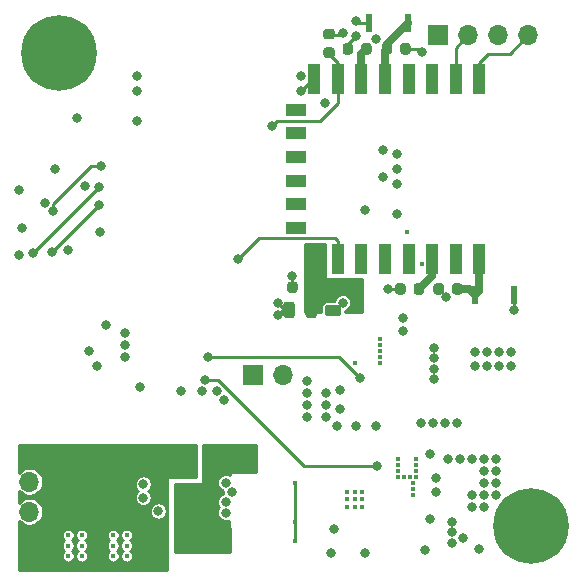
<source format=gbr>
%TF.GenerationSoftware,KiCad,Pcbnew,(5.1.6)-1*%
%TF.CreationDate,2021-05-23T02:10:16+08:00*%
%TF.ProjectId,HKIA_Tracker,484b4941-5f54-4726-9163-6b65722e6b69,rev?*%
%TF.SameCoordinates,Original*%
%TF.FileFunction,Copper,L4,Bot*%
%TF.FilePolarity,Positive*%
%FSLAX46Y46*%
G04 Gerber Fmt 4.6, Leading zero omitted, Abs format (unit mm)*
G04 Created by KiCad (PCBNEW (5.1.6)-1) date 2021-05-23 02:10:16*
%MOMM*%
%LPD*%
G01*
G04 APERTURE LIST*
%TA.AperFunction,ComponentPad*%
%ADD10O,1.700000X1.700000*%
%TD*%
%TA.AperFunction,ComponentPad*%
%ADD11R,1.700000X1.700000*%
%TD*%
%TA.AperFunction,ComponentPad*%
%ADD12C,6.400000*%
%TD*%
%TA.AperFunction,SMDPad,CuDef*%
%ADD13R,1.000000X2.500000*%
%TD*%
%TA.AperFunction,SMDPad,CuDef*%
%ADD14R,1.800000X1.000000*%
%TD*%
%TA.AperFunction,SMDPad,CuDef*%
%ADD15R,0.550000X1.500000*%
%TD*%
%TA.AperFunction,ViaPad*%
%ADD16C,0.450000*%
%TD*%
%TA.AperFunction,ViaPad*%
%ADD17C,0.400000*%
%TD*%
%TA.AperFunction,ViaPad*%
%ADD18C,0.800000*%
%TD*%
%TA.AperFunction,Conductor*%
%ADD19C,0.254000*%
%TD*%
%TA.AperFunction,Conductor*%
%ADD20C,0.635000*%
%TD*%
G04 APERTURE END LIST*
D10*
%TO.P,J5,4*%
%TO.N,/ESP_TX*%
X144741900Y-78473300D03*
%TO.P,J5,3*%
%TO.N,GND*%
X142201900Y-78473300D03*
%TO.P,J5,2*%
%TO.N,/ESP_RX*%
X139661900Y-78473300D03*
D11*
%TO.P,J5,1*%
%TO.N,+3.3VP*%
X137121900Y-78473300D03*
%TD*%
D10*
%TO.P,J3,2*%
%TO.N,Net-(J3-Pad2)*%
X123952000Y-107188000D03*
D11*
%TO.P,J3,1*%
%TO.N,Net-(J3-Pad1)*%
X121412000Y-107188000D03*
%TD*%
D12*
%TO.P,H2,1*%
%TO.N,N/C*%
X105000000Y-80000000D03*
%TD*%
%TO.P,H1,1*%
%TO.N,N/C*%
X145000000Y-120000000D03*
%TD*%
D10*
%TO.P,J1,3*%
%TO.N,Net-(D1-Pad2)*%
X102514400Y-116255800D03*
%TO.P,J1,2*%
%TO.N,Net-(D3-Pad2)*%
X102514400Y-118795800D03*
D11*
%TO.P,J1,1*%
%TO.N,Net-(D5-Pad2)*%
X102514400Y-121335800D03*
%TD*%
D13*
%TO.P,U3,22*%
%TO.N,/ESP_TX*%
X140621900Y-82176300D03*
%TO.P,U3,21*%
%TO.N,/ESP_RX*%
X138621900Y-82176300D03*
%TO.P,U3,20*%
%TO.N,Net-(U3-Pad20)*%
X136621900Y-82176300D03*
%TO.P,U3,19*%
%TO.N,Net-(U3-Pad19)*%
X134621900Y-82176300D03*
%TO.P,U3,18*%
%TO.N,/ESP_IO0*%
X132621900Y-82176300D03*
%TO.P,U3,17*%
%TO.N,/ESP_IO2*%
X130621900Y-82176300D03*
%TO.P,U3,16*%
%TO.N,/NRF_RX*%
X128621900Y-82176300D03*
%TO.P,U3,15*%
%TO.N,GND*%
X126621900Y-82176300D03*
D14*
%TO.P,U3,14*%
%TO.N,Net-(U3-Pad14)*%
X125121900Y-84776300D03*
%TO.P,U3,13*%
%TO.N,Net-(U3-Pad13)*%
X125121900Y-86776300D03*
%TO.P,U3,12*%
%TO.N,Net-(U3-Pad12)*%
X125121900Y-88776300D03*
%TO.P,U3,11*%
%TO.N,Net-(U3-Pad11)*%
X125121900Y-90776300D03*
%TO.P,U3,10*%
%TO.N,Net-(U3-Pad10)*%
X125121900Y-92776300D03*
%TO.P,U3,9*%
%TO.N,Net-(U3-Pad9)*%
X125121900Y-94776300D03*
D13*
%TO.P,U3,8*%
%TO.N,+3.3VP*%
X126621900Y-97376300D03*
%TO.P,U3,7*%
%TO.N,/NRF_TX*%
X128621900Y-97376300D03*
%TO.P,U3,6*%
%TO.N,Net-(U3-Pad6)*%
X130621900Y-97376300D03*
%TO.P,U3,5*%
%TO.N,Net-(U3-Pad5)*%
X132621900Y-97376300D03*
%TO.P,U3,4*%
%TO.N,Net-(U3-Pad4)*%
X134621900Y-97376300D03*
%TO.P,U3,3*%
%TO.N,Net-(R21-Pad1)*%
X136621900Y-97376300D03*
%TO.P,U3,2*%
%TO.N,Net-(U3-Pad2)*%
X138621900Y-97376300D03*
%TO.P,U3,1*%
%TO.N,Net-(R20-Pad1)*%
X140621900Y-97376300D03*
%TD*%
D15*
%TO.P,SW5,2*%
%TO.N,GND*%
X131305900Y-77393800D03*
%TO.P,SW5,1*%
%TO.N,/ESP_IO0*%
X134555900Y-77393800D03*
%TD*%
%TO.P,SW4,2*%
%TO.N,GND*%
X143509400Y-100444300D03*
%TO.P,SW4,1*%
%TO.N,Net-(R20-Pad1)*%
X140259400Y-100444300D03*
%TD*%
%TO.P,R24,2*%
%TO.N,/NRF_RX*%
%TA.AperFunction,SMDPad,CuDef*%
G36*
G01*
X127632750Y-79496400D02*
X128145250Y-79496400D01*
G75*
G02*
X128364000Y-79715150I0J-218750D01*
G01*
X128364000Y-80152650D01*
G75*
G02*
X128145250Y-80371400I-218750J0D01*
G01*
X127632750Y-80371400D01*
G75*
G02*
X127414000Y-80152650I0J218750D01*
G01*
X127414000Y-79715150D01*
G75*
G02*
X127632750Y-79496400I218750J0D01*
G01*
G37*
%TD.AperFunction*%
%TO.P,R24,1*%
%TO.N,GND*%
%TA.AperFunction,SMDPad,CuDef*%
G36*
G01*
X127632750Y-77921400D02*
X128145250Y-77921400D01*
G75*
G02*
X128364000Y-78140150I0J-218750D01*
G01*
X128364000Y-78577650D01*
G75*
G02*
X128145250Y-78796400I-218750J0D01*
G01*
X127632750Y-78796400D01*
G75*
G02*
X127414000Y-78577650I0J218750D01*
G01*
X127414000Y-78140150D01*
G75*
G02*
X127632750Y-77921400I218750J0D01*
G01*
G37*
%TD.AperFunction*%
%TD*%
%TO.P,R23,2*%
%TO.N,/ESP_IO2*%
%TA.AperFunction,SMDPad,CuDef*%
G36*
G01*
X130613900Y-79872550D02*
X130613900Y-79360050D01*
G75*
G02*
X130832650Y-79141300I218750J0D01*
G01*
X131270150Y-79141300D01*
G75*
G02*
X131488900Y-79360050I0J-218750D01*
G01*
X131488900Y-79872550D01*
G75*
G02*
X131270150Y-80091300I-218750J0D01*
G01*
X130832650Y-80091300D01*
G75*
G02*
X130613900Y-79872550I0J218750D01*
G01*
G37*
%TD.AperFunction*%
%TO.P,R23,1*%
%TO.N,+3.3VP*%
%TA.AperFunction,SMDPad,CuDef*%
G36*
G01*
X129038900Y-79872550D02*
X129038900Y-79360050D01*
G75*
G02*
X129257650Y-79141300I218750J0D01*
G01*
X129695150Y-79141300D01*
G75*
G02*
X129913900Y-79360050I0J-218750D01*
G01*
X129913900Y-79872550D01*
G75*
G02*
X129695150Y-80091300I-218750J0D01*
G01*
X129257650Y-80091300D01*
G75*
G02*
X129038900Y-79872550I0J218750D01*
G01*
G37*
%TD.AperFunction*%
%TD*%
%TO.P,R22,2*%
%TO.N,/ESP_IO0*%
%TA.AperFunction,SMDPad,CuDef*%
G36*
G01*
X133215900Y-79360050D02*
X133215900Y-79872550D01*
G75*
G02*
X132997150Y-80091300I-218750J0D01*
G01*
X132559650Y-80091300D01*
G75*
G02*
X132340900Y-79872550I0J218750D01*
G01*
X132340900Y-79360050D01*
G75*
G02*
X132559650Y-79141300I218750J0D01*
G01*
X132997150Y-79141300D01*
G75*
G02*
X133215900Y-79360050I0J-218750D01*
G01*
G37*
%TD.AperFunction*%
%TO.P,R22,1*%
%TO.N,+3.3VP*%
%TA.AperFunction,SMDPad,CuDef*%
G36*
G01*
X134790900Y-79360050D02*
X134790900Y-79872550D01*
G75*
G02*
X134572150Y-80091300I-218750J0D01*
G01*
X134134650Y-80091300D01*
G75*
G02*
X133915900Y-79872550I0J218750D01*
G01*
X133915900Y-79360050D01*
G75*
G02*
X134134650Y-79141300I218750J0D01*
G01*
X134572150Y-79141300D01*
G75*
G02*
X134790900Y-79360050I0J-218750D01*
G01*
G37*
%TD.AperFunction*%
%TD*%
%TO.P,R21,2*%
%TO.N,+3.3VP*%
%TA.AperFunction,SMDPad,CuDef*%
G36*
G01*
X134358900Y-99680050D02*
X134358900Y-100192550D01*
G75*
G02*
X134140150Y-100411300I-218750J0D01*
G01*
X133702650Y-100411300D01*
G75*
G02*
X133483900Y-100192550I0J218750D01*
G01*
X133483900Y-99680050D01*
G75*
G02*
X133702650Y-99461300I218750J0D01*
G01*
X134140150Y-99461300D01*
G75*
G02*
X134358900Y-99680050I0J-218750D01*
G01*
G37*
%TD.AperFunction*%
%TO.P,R21,1*%
%TO.N,Net-(R21-Pad1)*%
%TA.AperFunction,SMDPad,CuDef*%
G36*
G01*
X135933900Y-99680050D02*
X135933900Y-100192550D01*
G75*
G02*
X135715150Y-100411300I-218750J0D01*
G01*
X135277650Y-100411300D01*
G75*
G02*
X135058900Y-100192550I0J218750D01*
G01*
X135058900Y-99680050D01*
G75*
G02*
X135277650Y-99461300I218750J0D01*
G01*
X135715150Y-99461300D01*
G75*
G02*
X135933900Y-99680050I0J-218750D01*
G01*
G37*
%TD.AperFunction*%
%TD*%
%TO.P,R20,2*%
%TO.N,+3.3VP*%
%TA.AperFunction,SMDPad,CuDef*%
G36*
G01*
X137597400Y-99680050D02*
X137597400Y-100192550D01*
G75*
G02*
X137378650Y-100411300I-218750J0D01*
G01*
X136941150Y-100411300D01*
G75*
G02*
X136722400Y-100192550I0J218750D01*
G01*
X136722400Y-99680050D01*
G75*
G02*
X136941150Y-99461300I218750J0D01*
G01*
X137378650Y-99461300D01*
G75*
G02*
X137597400Y-99680050I0J-218750D01*
G01*
G37*
%TD.AperFunction*%
%TO.P,R20,1*%
%TO.N,Net-(R20-Pad1)*%
%TA.AperFunction,SMDPad,CuDef*%
G36*
G01*
X139172400Y-99680050D02*
X139172400Y-100192550D01*
G75*
G02*
X138953650Y-100411300I-218750J0D01*
G01*
X138516150Y-100411300D01*
G75*
G02*
X138297400Y-100192550I0J218750D01*
G01*
X138297400Y-99680050D01*
G75*
G02*
X138516150Y-99461300I218750J0D01*
G01*
X138953650Y-99461300D01*
G75*
G02*
X139172400Y-99680050I0J-218750D01*
G01*
G37*
%TD.AperFunction*%
%TD*%
%TO.P,C24,2*%
%TO.N,GND*%
%TA.AperFunction,SMDPad,CuDef*%
G36*
G01*
X125214900Y-99553050D02*
X125214900Y-100065550D01*
G75*
G02*
X124996150Y-100284300I-218750J0D01*
G01*
X124558650Y-100284300D01*
G75*
G02*
X124339900Y-100065550I0J218750D01*
G01*
X124339900Y-99553050D01*
G75*
G02*
X124558650Y-99334300I218750J0D01*
G01*
X124996150Y-99334300D01*
G75*
G02*
X125214900Y-99553050I0J-218750D01*
G01*
G37*
%TD.AperFunction*%
%TO.P,C24,1*%
%TO.N,+3.3VP*%
%TA.AperFunction,SMDPad,CuDef*%
G36*
G01*
X126789900Y-99553050D02*
X126789900Y-100065550D01*
G75*
G02*
X126571150Y-100284300I-218750J0D01*
G01*
X126133650Y-100284300D01*
G75*
G02*
X125914900Y-100065550I0J218750D01*
G01*
X125914900Y-99553050D01*
G75*
G02*
X126133650Y-99334300I218750J0D01*
G01*
X126571150Y-99334300D01*
G75*
G02*
X126789900Y-99553050I0J-218750D01*
G01*
G37*
%TD.AperFunction*%
%TD*%
%TO.P,C20,2*%
%TO.N,GND*%
%TA.AperFunction,SMDPad,CuDef*%
G36*
G01*
X124987900Y-101258050D02*
X124987900Y-102170550D01*
G75*
G02*
X124744150Y-102414300I-243750J0D01*
G01*
X124256650Y-102414300D01*
G75*
G02*
X124012900Y-102170550I0J243750D01*
G01*
X124012900Y-101258050D01*
G75*
G02*
X124256650Y-101014300I243750J0D01*
G01*
X124744150Y-101014300D01*
G75*
G02*
X124987900Y-101258050I0J-243750D01*
G01*
G37*
%TD.AperFunction*%
%TO.P,C20,1*%
%TO.N,+3.3VP*%
%TA.AperFunction,SMDPad,CuDef*%
G36*
G01*
X126862900Y-101258050D02*
X126862900Y-102170550D01*
G75*
G02*
X126619150Y-102414300I-243750J0D01*
G01*
X126131650Y-102414300D01*
G75*
G02*
X125887900Y-102170550I0J243750D01*
G01*
X125887900Y-101258050D01*
G75*
G02*
X126131650Y-101014300I243750J0D01*
G01*
X126619150Y-101014300D01*
G75*
G02*
X126862900Y-101258050I0J-243750D01*
G01*
G37*
%TD.AperFunction*%
%TD*%
%TO.P,C17,2*%
%TO.N,GND*%
%TA.AperFunction,SMDPad,CuDef*%
G36*
G01*
X127775650Y-101275300D02*
X128688150Y-101275300D01*
G75*
G02*
X128931900Y-101519050I0J-243750D01*
G01*
X128931900Y-102006550D01*
G75*
G02*
X128688150Y-102250300I-243750J0D01*
G01*
X127775650Y-102250300D01*
G75*
G02*
X127531900Y-102006550I0J243750D01*
G01*
X127531900Y-101519050D01*
G75*
G02*
X127775650Y-101275300I243750J0D01*
G01*
G37*
%TD.AperFunction*%
%TO.P,C17,1*%
%TO.N,+3.3VP*%
%TA.AperFunction,SMDPad,CuDef*%
G36*
G01*
X127775650Y-99400300D02*
X128688150Y-99400300D01*
G75*
G02*
X128931900Y-99644050I0J-243750D01*
G01*
X128931900Y-100131550D01*
G75*
G02*
X128688150Y-100375300I-243750J0D01*
G01*
X127775650Y-100375300D01*
G75*
G02*
X127531900Y-100131550I0J243750D01*
G01*
X127531900Y-99644050D01*
G75*
G02*
X127775650Y-99400300I243750J0D01*
G01*
G37*
%TD.AperFunction*%
%TD*%
D16*
%TO.N,GND*%
X110744000Y-121666000D03*
X109601000Y-121666000D03*
X109601000Y-122555000D03*
X110744000Y-122555000D03*
X110744000Y-120777000D03*
X109601000Y-120777000D03*
X105791000Y-121666000D03*
X106934000Y-121666000D03*
X106934000Y-120777000D03*
X106934000Y-122555000D03*
X105791000Y-122555000D03*
X105791000Y-120777000D03*
D17*
X129413000Y-117094000D03*
X130683000Y-117094000D03*
X130683000Y-118364000D03*
X129413000Y-118364000D03*
X130048000Y-118364000D03*
X130048000Y-117094000D03*
X130683000Y-117729000D03*
X129413000Y-117729000D03*
X130048000Y-117729000D03*
D18*
X101854000Y-94742000D03*
X108458000Y-95123000D03*
X107188000Y-91186000D03*
X104648000Y-89789000D03*
X103809935Y-92625658D03*
X106553000Y-85471000D03*
X111633000Y-85725000D03*
X111633000Y-83185000D03*
X111633000Y-81915000D03*
X125476000Y-81915000D03*
X127508000Y-84201000D03*
X125476000Y-83185000D03*
X129032000Y-78232000D03*
X130175000Y-77216000D03*
X131826000Y-78740000D03*
X132461000Y-88138000D03*
X133604000Y-89789000D03*
X133604000Y-91059000D03*
X133604000Y-93599000D03*
X130937000Y-93218000D03*
X124714000Y-98806000D03*
X123571000Y-101092000D03*
X123571000Y-102108000D03*
X129045802Y-101092000D03*
X134112000Y-102362000D03*
X134112000Y-103505000D03*
D16*
X132207000Y-104140000D03*
X132207000Y-104648000D03*
X132207000Y-105156000D03*
X132207000Y-105664000D03*
X132207000Y-106172000D03*
D17*
X130048000Y-106172000D03*
D18*
X128803400Y-110134400D03*
X128803398Y-108483398D03*
X128524000Y-111506000D03*
X130175000Y-111506000D03*
X131826000Y-111506000D03*
X135636000Y-111252000D03*
X136652000Y-111252000D03*
X137668000Y-111252000D03*
X138684000Y-111252000D03*
X140208000Y-106426000D03*
X141224000Y-106426000D03*
X142240000Y-106426000D03*
X143256000Y-106426000D03*
X143256000Y-105283000D03*
X142240000Y-105283000D03*
X141224000Y-105283000D03*
X140208000Y-105283000D03*
X107569000Y-105156000D03*
X108204000Y-106426000D03*
X108966000Y-102997000D03*
X111887000Y-108204000D03*
X115316000Y-108585000D03*
X118999000Y-109347000D03*
X118364000Y-108585000D03*
X117094000Y-108585000D03*
X112141000Y-116459000D03*
X112141000Y-117602000D03*
X113411000Y-118745000D03*
X119126000Y-116332000D03*
X119126000Y-117983000D03*
X119634000Y-117094000D03*
X143510000Y-101727000D03*
X136398000Y-119380000D03*
X138303000Y-119634000D03*
X136017000Y-122047000D03*
X139192000Y-121031000D03*
X138303000Y-120522986D03*
X138303000Y-121411994D03*
X140589000Y-121920000D03*
X136398000Y-113919000D03*
X136906000Y-115951000D03*
X136906000Y-117094000D03*
X128270000Y-120269000D03*
X128016000Y-122301000D03*
X130937000Y-122301000D03*
X119126000Y-118872000D03*
%TO.N,+3V3*%
X101600000Y-91567000D03*
X101600000Y-97028000D03*
X105791000Y-96647000D03*
X137922000Y-114300000D03*
X138938000Y-114300000D03*
X139954000Y-114300000D03*
X140970000Y-114300000D03*
X141986000Y-114300000D03*
X141986000Y-115316000D03*
X140970000Y-115316000D03*
X140970000Y-116332000D03*
X141986000Y-116332000D03*
X141986000Y-117348000D03*
X140970000Y-117348000D03*
X140970000Y-118364000D03*
X139954000Y-118364000D03*
X139954000Y-117348000D03*
X133604000Y-88519000D03*
X132461000Y-90424000D03*
X110617000Y-103632000D03*
X110617000Y-104648000D03*
X110617000Y-105664000D03*
D16*
X134493000Y-95123000D03*
X135721898Y-97821800D03*
D18*
%TO.N,Net-(C7-Pad1)*%
X115697000Y-118618000D03*
X115697000Y-119634000D03*
X115697000Y-120650000D03*
X115697000Y-121666000D03*
X121285000Y-114935000D03*
X119507000Y-114935000D03*
X120396000Y-114935000D03*
%TO.N,VBUS*%
X125984000Y-107696000D03*
X125984000Y-108712000D03*
X125984000Y-109728000D03*
X125984000Y-110744000D03*
X127635000Y-110744000D03*
X127635000Y-109728000D03*
X127635000Y-108712000D03*
D16*
X133731000Y-114300000D03*
X133731000Y-114808000D03*
X133731000Y-115316000D03*
X133731000Y-115824000D03*
X134239000Y-115824000D03*
X134747000Y-115824000D03*
X135255000Y-115824000D03*
X135255000Y-115316000D03*
X135255000Y-114808000D03*
X135255000Y-114300000D03*
X135001000Y-116332000D03*
X135001000Y-116840000D03*
X135001000Y-117348000D03*
D18*
%TO.N,+3.3VP*%
X135763000Y-79883000D03*
X130175000Y-99949000D03*
X130175000Y-100965000D03*
X132842000Y-99949000D03*
X137795000Y-100584000D03*
X136779000Y-104902000D03*
X136779000Y-105791000D03*
X136779000Y-106680000D03*
X136779000Y-107569000D03*
X130175000Y-78486000D03*
%TO.N,Net-(D5-Pad2)*%
X115697000Y-113665000D03*
X115697000Y-115062000D03*
X112268000Y-115062000D03*
X112268000Y-113665000D03*
%TO.N,+BATT*%
X117410228Y-107636315D03*
X131953000Y-114935000D03*
D17*
%TO.N,Net-(R10-Pad2)*%
X124968000Y-116332000D03*
X124968000Y-121285000D03*
X124968000Y-119634000D03*
D18*
%TO.N,/NRF_RX*%
X123062984Y-86106016D03*
%TO.N,/SDA*%
X102819200Y-96901000D03*
X108432600Y-91313000D03*
%TO.N,/SCL*%
X104394000Y-96824800D03*
X108432600Y-92811600D03*
%TO.N,/NRF_TX*%
X120142000Y-97409000D03*
%TO.N,/ESP_EN*%
X117602000Y-105664000D03*
X130538038Y-107442000D03*
%TO.N,/DRDY*%
X104521000Y-93345000D03*
X108585000Y-89535000D03*
%TD*%
D19*
%TO.N,GND*%
X126621900Y-82176300D02*
X126484700Y-82176300D01*
X126484700Y-82176300D02*
X125476000Y-83185000D01*
X127889000Y-78460500D02*
X128803500Y-78460500D01*
X128803500Y-78460500D02*
X129032000Y-78232000D01*
X131305900Y-77393800D02*
X130352800Y-77393800D01*
X130352800Y-77393800D02*
X130175000Y-77216000D01*
X124777400Y-99809300D02*
X124777400Y-98869400D01*
X124777400Y-98869400D02*
X124714000Y-98806000D01*
X124500400Y-101714300D02*
X124193300Y-101714300D01*
X124193300Y-101714300D02*
X123571000Y-101092000D01*
X124500400Y-101714300D02*
X123964700Y-101714300D01*
X123964700Y-101714300D02*
X123571000Y-102108000D01*
X128231900Y-101762800D02*
X128375002Y-101762800D01*
X128375002Y-101762800D02*
X129045802Y-101092000D01*
X143509400Y-100444300D02*
X143509400Y-101726400D01*
X143509400Y-101726400D02*
X143510000Y-101727000D01*
%TO.N,+3.3VP*%
X134353400Y-79616300D02*
X135496300Y-79616300D01*
X135496300Y-79616300D02*
X135763000Y-79883000D01*
X133921400Y-99936300D02*
X132854700Y-99936300D01*
X132854700Y-99936300D02*
X132842000Y-99949000D01*
X137159900Y-99936300D02*
X137159900Y-99948900D01*
X137159900Y-99948900D02*
X137795000Y-100584000D01*
X129476400Y-79184600D02*
X130175000Y-78486000D01*
X129476400Y-79616300D02*
X129476400Y-79184600D01*
%TO.N,/ESP_TX*%
X140621900Y-82176300D02*
X140621900Y-80789900D01*
X140621900Y-80789900D02*
X141376400Y-80035400D01*
X143179800Y-80035400D02*
X144741900Y-78473300D01*
X141376400Y-80035400D02*
X143179800Y-80035400D01*
%TO.N,/ESP_RX*%
X138621900Y-79513300D02*
X139661900Y-78473300D01*
X138621900Y-82176300D02*
X138621900Y-79513300D01*
%TO.N,+BATT*%
X125789962Y-114935000D02*
X131953000Y-114935000D01*
X117410228Y-107636315D02*
X118491277Y-107636315D01*
X118491277Y-107636315D02*
X125789962Y-114935000D01*
%TO.N,Net-(R10-Pad2)*%
X124968000Y-116332000D02*
X124968000Y-119634000D01*
X124968000Y-119634000D02*
X124968000Y-121285000D01*
D20*
%TO.N,Net-(R20-Pad1)*%
X139751400Y-99936300D02*
X140259400Y-100444300D01*
X138734900Y-99936300D02*
X139751400Y-99936300D01*
X140589000Y-97409200D02*
X140621900Y-97376300D01*
X140259400Y-100444300D02*
X140589000Y-100114700D01*
X140589000Y-100114700D02*
X140589000Y-97409200D01*
%TO.N,Net-(R21-Pad1)*%
X136621900Y-98810800D02*
X136621900Y-97376300D01*
X135496400Y-99936300D02*
X136621900Y-98810800D01*
%TO.N,/ESP_IO0*%
X132621900Y-79772800D02*
X132778400Y-79616300D01*
X132621900Y-82176300D02*
X132621900Y-79772800D01*
X132778400Y-79171300D02*
X134555900Y-77393800D01*
X132778400Y-79616300D02*
X132778400Y-79171300D01*
%TO.N,/ESP_IO2*%
X130621900Y-80045800D02*
X131051400Y-79616300D01*
X130621900Y-82176300D02*
X130621900Y-80045800D01*
D19*
%TO.N,/NRF_RX*%
X128621900Y-80768400D02*
X127889000Y-80035500D01*
X128621900Y-82176300D02*
X128621900Y-80768400D01*
X123462983Y-85706017D02*
X123062984Y-86106016D01*
X127078945Y-85706017D02*
X123462983Y-85706017D01*
X128621900Y-84163062D02*
X127078945Y-85706017D01*
X128621900Y-82176300D02*
X128621900Y-84163062D01*
%TO.N,/SDA*%
X102819200Y-96901000D02*
X108407200Y-91313000D01*
X108407200Y-91313000D02*
X108432600Y-91313000D01*
%TO.N,/SCL*%
X104394000Y-96824800D02*
X108407200Y-92811600D01*
X108407200Y-92811600D02*
X108432600Y-92811600D01*
%TO.N,/NRF_TX*%
X121920000Y-95631000D02*
X120142000Y-97409000D01*
X128621900Y-97376300D02*
X128621900Y-95872300D01*
X128380600Y-95631000D02*
X121920000Y-95631000D01*
X128621900Y-95872300D02*
X128380600Y-95631000D01*
%TO.N,/ESP_EN*%
X128760038Y-105664000D02*
X130538038Y-107442000D01*
X117602000Y-105664000D02*
X128760038Y-105664000D01*
%TO.N,/DRDY*%
X107763038Y-89535000D02*
X108585000Y-89535000D01*
X104521000Y-93345000D02*
X104521000Y-92777038D01*
X104521000Y-92777038D02*
X107763038Y-89535000D01*
%TD*%
%TO.N,Net-(C7-Pad1)*%
G36*
X121666000Y-115443000D02*
G01*
X119634000Y-115443000D01*
X119609224Y-115445440D01*
X119585399Y-115452667D01*
X119563443Y-115464403D01*
X119544197Y-115480197D01*
X119528403Y-115499443D01*
X119516667Y-115521399D01*
X119509440Y-115545224D01*
X119507000Y-115570000D01*
X119507000Y-115712220D01*
X119470364Y-115687741D01*
X119338058Y-115632938D01*
X119197603Y-115605000D01*
X119054397Y-115605000D01*
X118913942Y-115632938D01*
X118781636Y-115687741D01*
X118662564Y-115767302D01*
X118561302Y-115868564D01*
X118481741Y-115987636D01*
X118426938Y-116119942D01*
X118399000Y-116260397D01*
X118399000Y-116403603D01*
X118426938Y-116544058D01*
X118481741Y-116676364D01*
X118561302Y-116795436D01*
X118662564Y-116896698D01*
X118781636Y-116976259D01*
X118907000Y-117028187D01*
X118907000Y-117165603D01*
X118929906Y-117280762D01*
X118913942Y-117283938D01*
X118781636Y-117338741D01*
X118662564Y-117418302D01*
X118561302Y-117519564D01*
X118481741Y-117638636D01*
X118426938Y-117770942D01*
X118399000Y-117911397D01*
X118399000Y-118054603D01*
X118426938Y-118195058D01*
X118481741Y-118327364D01*
X118548649Y-118427500D01*
X118481741Y-118527636D01*
X118426938Y-118659942D01*
X118399000Y-118800397D01*
X118399000Y-118943603D01*
X118426938Y-119084058D01*
X118481741Y-119216364D01*
X118561302Y-119335436D01*
X118662564Y-119436698D01*
X118781636Y-119516259D01*
X118913942Y-119571062D01*
X119054397Y-119599000D01*
X119197603Y-119599000D01*
X119338058Y-119571062D01*
X119380000Y-119553689D01*
X119380000Y-119682000D01*
X119380200Y-119689121D01*
X119399063Y-120025014D01*
X119400657Y-120039166D01*
X119457010Y-120370836D01*
X119460180Y-120384721D01*
X119507000Y-120547236D01*
X119507000Y-122174000D01*
X114808000Y-122174000D01*
X114808000Y-116459000D01*
X117094000Y-116459000D01*
X117118776Y-116456560D01*
X117142601Y-116449333D01*
X117164557Y-116437597D01*
X117183803Y-116421803D01*
X117199597Y-116402557D01*
X117211333Y-116380601D01*
X117218560Y-116356776D01*
X117221000Y-116332000D01*
X117221000Y-113157000D01*
X121666000Y-113157000D01*
X121666000Y-115443000D01*
G37*
X121666000Y-115443000D02*
X119634000Y-115443000D01*
X119609224Y-115445440D01*
X119585399Y-115452667D01*
X119563443Y-115464403D01*
X119544197Y-115480197D01*
X119528403Y-115499443D01*
X119516667Y-115521399D01*
X119509440Y-115545224D01*
X119507000Y-115570000D01*
X119507000Y-115712220D01*
X119470364Y-115687741D01*
X119338058Y-115632938D01*
X119197603Y-115605000D01*
X119054397Y-115605000D01*
X118913942Y-115632938D01*
X118781636Y-115687741D01*
X118662564Y-115767302D01*
X118561302Y-115868564D01*
X118481741Y-115987636D01*
X118426938Y-116119942D01*
X118399000Y-116260397D01*
X118399000Y-116403603D01*
X118426938Y-116544058D01*
X118481741Y-116676364D01*
X118561302Y-116795436D01*
X118662564Y-116896698D01*
X118781636Y-116976259D01*
X118907000Y-117028187D01*
X118907000Y-117165603D01*
X118929906Y-117280762D01*
X118913942Y-117283938D01*
X118781636Y-117338741D01*
X118662564Y-117418302D01*
X118561302Y-117519564D01*
X118481741Y-117638636D01*
X118426938Y-117770942D01*
X118399000Y-117911397D01*
X118399000Y-118054603D01*
X118426938Y-118195058D01*
X118481741Y-118327364D01*
X118548649Y-118427500D01*
X118481741Y-118527636D01*
X118426938Y-118659942D01*
X118399000Y-118800397D01*
X118399000Y-118943603D01*
X118426938Y-119084058D01*
X118481741Y-119216364D01*
X118561302Y-119335436D01*
X118662564Y-119436698D01*
X118781636Y-119516259D01*
X118913942Y-119571062D01*
X119054397Y-119599000D01*
X119197603Y-119599000D01*
X119338058Y-119571062D01*
X119380000Y-119553689D01*
X119380000Y-119682000D01*
X119380200Y-119689121D01*
X119399063Y-120025014D01*
X119400657Y-120039166D01*
X119457010Y-120370836D01*
X119460180Y-120384721D01*
X119507000Y-120547236D01*
X119507000Y-122174000D01*
X114808000Y-122174000D01*
X114808000Y-116459000D01*
X117094000Y-116459000D01*
X117118776Y-116456560D01*
X117142601Y-116449333D01*
X117164557Y-116437597D01*
X117183803Y-116421803D01*
X117199597Y-116402557D01*
X117211333Y-116380601D01*
X117218560Y-116356776D01*
X117221000Y-116332000D01*
X117221000Y-113157000D01*
X121666000Y-113157000D01*
X121666000Y-115443000D01*
%TO.N,+3.3VP*%
G36*
X127508000Y-98933000D02*
G01*
X127510440Y-98957776D01*
X127517667Y-98981601D01*
X127529403Y-99003557D01*
X127545197Y-99022803D01*
X127564443Y-99038597D01*
X127586399Y-99050333D01*
X127610224Y-99057560D01*
X127635000Y-99060000D01*
X130683000Y-99060000D01*
X130683000Y-101854000D01*
X129260482Y-101854000D01*
X129260482Y-101789976D01*
X129390166Y-101736259D01*
X129509238Y-101656698D01*
X129610500Y-101555436D01*
X129690061Y-101436364D01*
X129744864Y-101304058D01*
X129772802Y-101163603D01*
X129772802Y-101020397D01*
X129744864Y-100879942D01*
X129690061Y-100747636D01*
X129610500Y-100628564D01*
X129509238Y-100527302D01*
X129390166Y-100447741D01*
X129257860Y-100392938D01*
X129117405Y-100365000D01*
X128974199Y-100365000D01*
X128833744Y-100392938D01*
X128701438Y-100447741D01*
X128582366Y-100527302D01*
X128481104Y-100628564D01*
X128401543Y-100747636D01*
X128346740Y-100879942D01*
X128333458Y-100946718D01*
X127775650Y-100946718D01*
X127663994Y-100957715D01*
X127556628Y-100990284D01*
X127457679Y-101043173D01*
X127370950Y-101114350D01*
X127299773Y-101201079D01*
X127246884Y-101300028D01*
X127214315Y-101407394D01*
X127203318Y-101519050D01*
X127203318Y-101854000D01*
X125857000Y-101854000D01*
X125857000Y-96139000D01*
X127508000Y-96139000D01*
X127508000Y-98933000D01*
G37*
X127508000Y-98933000D02*
X127510440Y-98957776D01*
X127517667Y-98981601D01*
X127529403Y-99003557D01*
X127545197Y-99022803D01*
X127564443Y-99038597D01*
X127586399Y-99050333D01*
X127610224Y-99057560D01*
X127635000Y-99060000D01*
X130683000Y-99060000D01*
X130683000Y-101854000D01*
X129260482Y-101854000D01*
X129260482Y-101789976D01*
X129390166Y-101736259D01*
X129509238Y-101656698D01*
X129610500Y-101555436D01*
X129690061Y-101436364D01*
X129744864Y-101304058D01*
X129772802Y-101163603D01*
X129772802Y-101020397D01*
X129744864Y-100879942D01*
X129690061Y-100747636D01*
X129610500Y-100628564D01*
X129509238Y-100527302D01*
X129390166Y-100447741D01*
X129257860Y-100392938D01*
X129117405Y-100365000D01*
X128974199Y-100365000D01*
X128833744Y-100392938D01*
X128701438Y-100447741D01*
X128582366Y-100527302D01*
X128481104Y-100628564D01*
X128401543Y-100747636D01*
X128346740Y-100879942D01*
X128333458Y-100946718D01*
X127775650Y-100946718D01*
X127663994Y-100957715D01*
X127556628Y-100990284D01*
X127457679Y-101043173D01*
X127370950Y-101114350D01*
X127299773Y-101201079D01*
X127246884Y-101300028D01*
X127214315Y-101407394D01*
X127203318Y-101519050D01*
X127203318Y-101854000D01*
X125857000Y-101854000D01*
X125857000Y-96139000D01*
X127508000Y-96139000D01*
X127508000Y-98933000D01*
%TO.N,Net-(D5-Pad2)*%
G36*
X116586000Y-115824000D02*
G01*
X114300000Y-115824000D01*
X114275224Y-115826440D01*
X114251399Y-115833667D01*
X114229443Y-115845403D01*
X114210197Y-115861197D01*
X114194403Y-115880443D01*
X114182667Y-115902399D01*
X114175440Y-115926224D01*
X114173000Y-115951000D01*
X114173000Y-123698000D01*
X101600000Y-123698000D01*
X101600000Y-120722633D01*
X105239000Y-120722633D01*
X105239000Y-120831367D01*
X105260213Y-120938012D01*
X105301824Y-121038470D01*
X105362234Y-121128880D01*
X105439120Y-121205766D01*
X105462668Y-121221500D01*
X105439120Y-121237234D01*
X105362234Y-121314120D01*
X105301824Y-121404530D01*
X105260213Y-121504988D01*
X105239000Y-121611633D01*
X105239000Y-121720367D01*
X105260213Y-121827012D01*
X105301824Y-121927470D01*
X105362234Y-122017880D01*
X105439120Y-122094766D01*
X105462668Y-122110500D01*
X105439120Y-122126234D01*
X105362234Y-122203120D01*
X105301824Y-122293530D01*
X105260213Y-122393988D01*
X105239000Y-122500633D01*
X105239000Y-122609367D01*
X105260213Y-122716012D01*
X105301824Y-122816470D01*
X105362234Y-122906880D01*
X105439120Y-122983766D01*
X105529530Y-123044176D01*
X105629988Y-123085787D01*
X105736633Y-123107000D01*
X105845367Y-123107000D01*
X105952012Y-123085787D01*
X106052470Y-123044176D01*
X106142880Y-122983766D01*
X106219766Y-122906880D01*
X106280176Y-122816470D01*
X106321787Y-122716012D01*
X106343000Y-122609367D01*
X106343000Y-122500633D01*
X106321787Y-122393988D01*
X106280176Y-122293530D01*
X106219766Y-122203120D01*
X106142880Y-122126234D01*
X106119332Y-122110500D01*
X106142880Y-122094766D01*
X106219766Y-122017880D01*
X106280176Y-121927470D01*
X106321787Y-121827012D01*
X106343000Y-121720367D01*
X106343000Y-121611633D01*
X106321787Y-121504988D01*
X106280176Y-121404530D01*
X106219766Y-121314120D01*
X106142880Y-121237234D01*
X106119332Y-121221500D01*
X106142880Y-121205766D01*
X106219766Y-121128880D01*
X106280176Y-121038470D01*
X106321787Y-120938012D01*
X106343000Y-120831367D01*
X106343000Y-120722633D01*
X106382000Y-120722633D01*
X106382000Y-120831367D01*
X106403213Y-120938012D01*
X106444824Y-121038470D01*
X106505234Y-121128880D01*
X106582120Y-121205766D01*
X106605668Y-121221500D01*
X106582120Y-121237234D01*
X106505234Y-121314120D01*
X106444824Y-121404530D01*
X106403213Y-121504988D01*
X106382000Y-121611633D01*
X106382000Y-121720367D01*
X106403213Y-121827012D01*
X106444824Y-121927470D01*
X106505234Y-122017880D01*
X106582120Y-122094766D01*
X106605668Y-122110500D01*
X106582120Y-122126234D01*
X106505234Y-122203120D01*
X106444824Y-122293530D01*
X106403213Y-122393988D01*
X106382000Y-122500633D01*
X106382000Y-122609367D01*
X106403213Y-122716012D01*
X106444824Y-122816470D01*
X106505234Y-122906880D01*
X106582120Y-122983766D01*
X106672530Y-123044176D01*
X106772988Y-123085787D01*
X106879633Y-123107000D01*
X106988367Y-123107000D01*
X107095012Y-123085787D01*
X107195470Y-123044176D01*
X107285880Y-122983766D01*
X107362766Y-122906880D01*
X107423176Y-122816470D01*
X107464787Y-122716012D01*
X107486000Y-122609367D01*
X107486000Y-122500633D01*
X107464787Y-122393988D01*
X107423176Y-122293530D01*
X107362766Y-122203120D01*
X107285880Y-122126234D01*
X107262332Y-122110500D01*
X107285880Y-122094766D01*
X107362766Y-122017880D01*
X107423176Y-121927470D01*
X107464787Y-121827012D01*
X107486000Y-121720367D01*
X107486000Y-121611633D01*
X107464787Y-121504988D01*
X107423176Y-121404530D01*
X107362766Y-121314120D01*
X107285880Y-121237234D01*
X107262332Y-121221500D01*
X107285880Y-121205766D01*
X107362766Y-121128880D01*
X107423176Y-121038470D01*
X107464787Y-120938012D01*
X107486000Y-120831367D01*
X107486000Y-120722633D01*
X109049000Y-120722633D01*
X109049000Y-120831367D01*
X109070213Y-120938012D01*
X109111824Y-121038470D01*
X109172234Y-121128880D01*
X109249120Y-121205766D01*
X109272668Y-121221500D01*
X109249120Y-121237234D01*
X109172234Y-121314120D01*
X109111824Y-121404530D01*
X109070213Y-121504988D01*
X109049000Y-121611633D01*
X109049000Y-121720367D01*
X109070213Y-121827012D01*
X109111824Y-121927470D01*
X109172234Y-122017880D01*
X109249120Y-122094766D01*
X109272668Y-122110500D01*
X109249120Y-122126234D01*
X109172234Y-122203120D01*
X109111824Y-122293530D01*
X109070213Y-122393988D01*
X109049000Y-122500633D01*
X109049000Y-122609367D01*
X109070213Y-122716012D01*
X109111824Y-122816470D01*
X109172234Y-122906880D01*
X109249120Y-122983766D01*
X109339530Y-123044176D01*
X109439988Y-123085787D01*
X109546633Y-123107000D01*
X109655367Y-123107000D01*
X109762012Y-123085787D01*
X109862470Y-123044176D01*
X109952880Y-122983766D01*
X110029766Y-122906880D01*
X110090176Y-122816470D01*
X110131787Y-122716012D01*
X110153000Y-122609367D01*
X110153000Y-122500633D01*
X110131787Y-122393988D01*
X110090176Y-122293530D01*
X110029766Y-122203120D01*
X109952880Y-122126234D01*
X109929332Y-122110500D01*
X109952880Y-122094766D01*
X110029766Y-122017880D01*
X110090176Y-121927470D01*
X110131787Y-121827012D01*
X110153000Y-121720367D01*
X110153000Y-121611633D01*
X110131787Y-121504988D01*
X110090176Y-121404530D01*
X110029766Y-121314120D01*
X109952880Y-121237234D01*
X109929332Y-121221500D01*
X109952880Y-121205766D01*
X110029766Y-121128880D01*
X110090176Y-121038470D01*
X110131787Y-120938012D01*
X110153000Y-120831367D01*
X110153000Y-120722633D01*
X110192000Y-120722633D01*
X110192000Y-120831367D01*
X110213213Y-120938012D01*
X110254824Y-121038470D01*
X110315234Y-121128880D01*
X110392120Y-121205766D01*
X110415668Y-121221500D01*
X110392120Y-121237234D01*
X110315234Y-121314120D01*
X110254824Y-121404530D01*
X110213213Y-121504988D01*
X110192000Y-121611633D01*
X110192000Y-121720367D01*
X110213213Y-121827012D01*
X110254824Y-121927470D01*
X110315234Y-122017880D01*
X110392120Y-122094766D01*
X110415668Y-122110500D01*
X110392120Y-122126234D01*
X110315234Y-122203120D01*
X110254824Y-122293530D01*
X110213213Y-122393988D01*
X110192000Y-122500633D01*
X110192000Y-122609367D01*
X110213213Y-122716012D01*
X110254824Y-122816470D01*
X110315234Y-122906880D01*
X110392120Y-122983766D01*
X110482530Y-123044176D01*
X110582988Y-123085787D01*
X110689633Y-123107000D01*
X110798367Y-123107000D01*
X110905012Y-123085787D01*
X111005470Y-123044176D01*
X111095880Y-122983766D01*
X111172766Y-122906880D01*
X111233176Y-122816470D01*
X111274787Y-122716012D01*
X111296000Y-122609367D01*
X111296000Y-122500633D01*
X111274787Y-122393988D01*
X111233176Y-122293530D01*
X111172766Y-122203120D01*
X111095880Y-122126234D01*
X111072332Y-122110500D01*
X111095880Y-122094766D01*
X111172766Y-122017880D01*
X111233176Y-121927470D01*
X111274787Y-121827012D01*
X111296000Y-121720367D01*
X111296000Y-121611633D01*
X111274787Y-121504988D01*
X111233176Y-121404530D01*
X111172766Y-121314120D01*
X111095880Y-121237234D01*
X111072332Y-121221500D01*
X111095880Y-121205766D01*
X111172766Y-121128880D01*
X111233176Y-121038470D01*
X111274787Y-120938012D01*
X111296000Y-120831367D01*
X111296000Y-120722633D01*
X111274787Y-120615988D01*
X111233176Y-120515530D01*
X111172766Y-120425120D01*
X111095880Y-120348234D01*
X111005470Y-120287824D01*
X110905012Y-120246213D01*
X110798367Y-120225000D01*
X110689633Y-120225000D01*
X110582988Y-120246213D01*
X110482530Y-120287824D01*
X110392120Y-120348234D01*
X110315234Y-120425120D01*
X110254824Y-120515530D01*
X110213213Y-120615988D01*
X110192000Y-120722633D01*
X110153000Y-120722633D01*
X110131787Y-120615988D01*
X110090176Y-120515530D01*
X110029766Y-120425120D01*
X109952880Y-120348234D01*
X109862470Y-120287824D01*
X109762012Y-120246213D01*
X109655367Y-120225000D01*
X109546633Y-120225000D01*
X109439988Y-120246213D01*
X109339530Y-120287824D01*
X109249120Y-120348234D01*
X109172234Y-120425120D01*
X109111824Y-120515530D01*
X109070213Y-120615988D01*
X109049000Y-120722633D01*
X107486000Y-120722633D01*
X107464787Y-120615988D01*
X107423176Y-120515530D01*
X107362766Y-120425120D01*
X107285880Y-120348234D01*
X107195470Y-120287824D01*
X107095012Y-120246213D01*
X106988367Y-120225000D01*
X106879633Y-120225000D01*
X106772988Y-120246213D01*
X106672530Y-120287824D01*
X106582120Y-120348234D01*
X106505234Y-120425120D01*
X106444824Y-120515530D01*
X106403213Y-120615988D01*
X106382000Y-120722633D01*
X106343000Y-120722633D01*
X106321787Y-120615988D01*
X106280176Y-120515530D01*
X106219766Y-120425120D01*
X106142880Y-120348234D01*
X106052470Y-120287824D01*
X105952012Y-120246213D01*
X105845367Y-120225000D01*
X105736633Y-120225000D01*
X105629988Y-120246213D01*
X105529530Y-120287824D01*
X105439120Y-120348234D01*
X105362234Y-120425120D01*
X105301824Y-120515530D01*
X105260213Y-120615988D01*
X105239000Y-120722633D01*
X101600000Y-120722633D01*
X101600000Y-119545849D01*
X101600164Y-119546094D01*
X101764106Y-119710036D01*
X101956881Y-119838844D01*
X102171082Y-119927569D01*
X102398476Y-119972800D01*
X102630324Y-119972800D01*
X102857718Y-119927569D01*
X103071919Y-119838844D01*
X103264694Y-119710036D01*
X103428636Y-119546094D01*
X103557444Y-119353319D01*
X103646169Y-119139118D01*
X103691400Y-118911724D01*
X103691400Y-118679876D01*
X103690112Y-118673397D01*
X112684000Y-118673397D01*
X112684000Y-118816603D01*
X112711938Y-118957058D01*
X112766741Y-119089364D01*
X112846302Y-119208436D01*
X112947564Y-119309698D01*
X113066636Y-119389259D01*
X113198942Y-119444062D01*
X113339397Y-119472000D01*
X113482603Y-119472000D01*
X113623058Y-119444062D01*
X113755364Y-119389259D01*
X113874436Y-119309698D01*
X113975698Y-119208436D01*
X114055259Y-119089364D01*
X114110062Y-118957058D01*
X114138000Y-118816603D01*
X114138000Y-118673397D01*
X114110062Y-118532942D01*
X114055259Y-118400636D01*
X113975698Y-118281564D01*
X113874436Y-118180302D01*
X113755364Y-118100741D01*
X113623058Y-118045938D01*
X113482603Y-118018000D01*
X113339397Y-118018000D01*
X113198942Y-118045938D01*
X113066636Y-118100741D01*
X112947564Y-118180302D01*
X112846302Y-118281564D01*
X112766741Y-118400636D01*
X112711938Y-118532942D01*
X112684000Y-118673397D01*
X103690112Y-118673397D01*
X103646169Y-118452482D01*
X103557444Y-118238281D01*
X103428636Y-118045506D01*
X103264694Y-117881564D01*
X103071919Y-117752756D01*
X102857718Y-117664031D01*
X102630324Y-117618800D01*
X102398476Y-117618800D01*
X102171082Y-117664031D01*
X101956881Y-117752756D01*
X101764106Y-117881564D01*
X101600164Y-118045506D01*
X101600000Y-118045751D01*
X101600000Y-117005849D01*
X101600164Y-117006094D01*
X101764106Y-117170036D01*
X101956881Y-117298844D01*
X102171082Y-117387569D01*
X102398476Y-117432800D01*
X102630324Y-117432800D01*
X102857718Y-117387569D01*
X103071919Y-117298844D01*
X103264694Y-117170036D01*
X103428636Y-117006094D01*
X103557444Y-116813319D01*
X103646169Y-116599118D01*
X103688282Y-116387397D01*
X111414000Y-116387397D01*
X111414000Y-116530603D01*
X111441938Y-116671058D01*
X111496741Y-116803364D01*
X111576302Y-116922436D01*
X111677564Y-117023698D01*
X111687744Y-117030500D01*
X111677564Y-117037302D01*
X111576302Y-117138564D01*
X111496741Y-117257636D01*
X111441938Y-117389942D01*
X111414000Y-117530397D01*
X111414000Y-117673603D01*
X111441938Y-117814058D01*
X111496741Y-117946364D01*
X111576302Y-118065436D01*
X111677564Y-118166698D01*
X111796636Y-118246259D01*
X111928942Y-118301062D01*
X112069397Y-118329000D01*
X112212603Y-118329000D01*
X112353058Y-118301062D01*
X112485364Y-118246259D01*
X112604436Y-118166698D01*
X112705698Y-118065436D01*
X112785259Y-117946364D01*
X112840062Y-117814058D01*
X112868000Y-117673603D01*
X112868000Y-117530397D01*
X112840062Y-117389942D01*
X112785259Y-117257636D01*
X112705698Y-117138564D01*
X112604436Y-117037302D01*
X112594256Y-117030500D01*
X112604436Y-117023698D01*
X112705698Y-116922436D01*
X112785259Y-116803364D01*
X112840062Y-116671058D01*
X112868000Y-116530603D01*
X112868000Y-116387397D01*
X112840062Y-116246942D01*
X112785259Y-116114636D01*
X112705698Y-115995564D01*
X112604436Y-115894302D01*
X112485364Y-115814741D01*
X112353058Y-115759938D01*
X112212603Y-115732000D01*
X112069397Y-115732000D01*
X111928942Y-115759938D01*
X111796636Y-115814741D01*
X111677564Y-115894302D01*
X111576302Y-115995564D01*
X111496741Y-116114636D01*
X111441938Y-116246942D01*
X111414000Y-116387397D01*
X103688282Y-116387397D01*
X103691400Y-116371724D01*
X103691400Y-116139876D01*
X103646169Y-115912482D01*
X103557444Y-115698281D01*
X103428636Y-115505506D01*
X103264694Y-115341564D01*
X103071919Y-115212756D01*
X102857718Y-115124031D01*
X102630324Y-115078800D01*
X102398476Y-115078800D01*
X102171082Y-115124031D01*
X101956881Y-115212756D01*
X101764106Y-115341564D01*
X101600164Y-115505506D01*
X101600000Y-115505751D01*
X101600000Y-113157000D01*
X116586000Y-113157000D01*
X116586000Y-115824000D01*
G37*
X116586000Y-115824000D02*
X114300000Y-115824000D01*
X114275224Y-115826440D01*
X114251399Y-115833667D01*
X114229443Y-115845403D01*
X114210197Y-115861197D01*
X114194403Y-115880443D01*
X114182667Y-115902399D01*
X114175440Y-115926224D01*
X114173000Y-115951000D01*
X114173000Y-123698000D01*
X101600000Y-123698000D01*
X101600000Y-120722633D01*
X105239000Y-120722633D01*
X105239000Y-120831367D01*
X105260213Y-120938012D01*
X105301824Y-121038470D01*
X105362234Y-121128880D01*
X105439120Y-121205766D01*
X105462668Y-121221500D01*
X105439120Y-121237234D01*
X105362234Y-121314120D01*
X105301824Y-121404530D01*
X105260213Y-121504988D01*
X105239000Y-121611633D01*
X105239000Y-121720367D01*
X105260213Y-121827012D01*
X105301824Y-121927470D01*
X105362234Y-122017880D01*
X105439120Y-122094766D01*
X105462668Y-122110500D01*
X105439120Y-122126234D01*
X105362234Y-122203120D01*
X105301824Y-122293530D01*
X105260213Y-122393988D01*
X105239000Y-122500633D01*
X105239000Y-122609367D01*
X105260213Y-122716012D01*
X105301824Y-122816470D01*
X105362234Y-122906880D01*
X105439120Y-122983766D01*
X105529530Y-123044176D01*
X105629988Y-123085787D01*
X105736633Y-123107000D01*
X105845367Y-123107000D01*
X105952012Y-123085787D01*
X106052470Y-123044176D01*
X106142880Y-122983766D01*
X106219766Y-122906880D01*
X106280176Y-122816470D01*
X106321787Y-122716012D01*
X106343000Y-122609367D01*
X106343000Y-122500633D01*
X106321787Y-122393988D01*
X106280176Y-122293530D01*
X106219766Y-122203120D01*
X106142880Y-122126234D01*
X106119332Y-122110500D01*
X106142880Y-122094766D01*
X106219766Y-122017880D01*
X106280176Y-121927470D01*
X106321787Y-121827012D01*
X106343000Y-121720367D01*
X106343000Y-121611633D01*
X106321787Y-121504988D01*
X106280176Y-121404530D01*
X106219766Y-121314120D01*
X106142880Y-121237234D01*
X106119332Y-121221500D01*
X106142880Y-121205766D01*
X106219766Y-121128880D01*
X106280176Y-121038470D01*
X106321787Y-120938012D01*
X106343000Y-120831367D01*
X106343000Y-120722633D01*
X106382000Y-120722633D01*
X106382000Y-120831367D01*
X106403213Y-120938012D01*
X106444824Y-121038470D01*
X106505234Y-121128880D01*
X106582120Y-121205766D01*
X106605668Y-121221500D01*
X106582120Y-121237234D01*
X106505234Y-121314120D01*
X106444824Y-121404530D01*
X106403213Y-121504988D01*
X106382000Y-121611633D01*
X106382000Y-121720367D01*
X106403213Y-121827012D01*
X106444824Y-121927470D01*
X106505234Y-122017880D01*
X106582120Y-122094766D01*
X106605668Y-122110500D01*
X106582120Y-122126234D01*
X106505234Y-122203120D01*
X106444824Y-122293530D01*
X106403213Y-122393988D01*
X106382000Y-122500633D01*
X106382000Y-122609367D01*
X106403213Y-122716012D01*
X106444824Y-122816470D01*
X106505234Y-122906880D01*
X106582120Y-122983766D01*
X106672530Y-123044176D01*
X106772988Y-123085787D01*
X106879633Y-123107000D01*
X106988367Y-123107000D01*
X107095012Y-123085787D01*
X107195470Y-123044176D01*
X107285880Y-122983766D01*
X107362766Y-122906880D01*
X107423176Y-122816470D01*
X107464787Y-122716012D01*
X107486000Y-122609367D01*
X107486000Y-122500633D01*
X107464787Y-122393988D01*
X107423176Y-122293530D01*
X107362766Y-122203120D01*
X107285880Y-122126234D01*
X107262332Y-122110500D01*
X107285880Y-122094766D01*
X107362766Y-122017880D01*
X107423176Y-121927470D01*
X107464787Y-121827012D01*
X107486000Y-121720367D01*
X107486000Y-121611633D01*
X107464787Y-121504988D01*
X107423176Y-121404530D01*
X107362766Y-121314120D01*
X107285880Y-121237234D01*
X107262332Y-121221500D01*
X107285880Y-121205766D01*
X107362766Y-121128880D01*
X107423176Y-121038470D01*
X107464787Y-120938012D01*
X107486000Y-120831367D01*
X107486000Y-120722633D01*
X109049000Y-120722633D01*
X109049000Y-120831367D01*
X109070213Y-120938012D01*
X109111824Y-121038470D01*
X109172234Y-121128880D01*
X109249120Y-121205766D01*
X109272668Y-121221500D01*
X109249120Y-121237234D01*
X109172234Y-121314120D01*
X109111824Y-121404530D01*
X109070213Y-121504988D01*
X109049000Y-121611633D01*
X109049000Y-121720367D01*
X109070213Y-121827012D01*
X109111824Y-121927470D01*
X109172234Y-122017880D01*
X109249120Y-122094766D01*
X109272668Y-122110500D01*
X109249120Y-122126234D01*
X109172234Y-122203120D01*
X109111824Y-122293530D01*
X109070213Y-122393988D01*
X109049000Y-122500633D01*
X109049000Y-122609367D01*
X109070213Y-122716012D01*
X109111824Y-122816470D01*
X109172234Y-122906880D01*
X109249120Y-122983766D01*
X109339530Y-123044176D01*
X109439988Y-123085787D01*
X109546633Y-123107000D01*
X109655367Y-123107000D01*
X109762012Y-123085787D01*
X109862470Y-123044176D01*
X109952880Y-122983766D01*
X110029766Y-122906880D01*
X110090176Y-122816470D01*
X110131787Y-122716012D01*
X110153000Y-122609367D01*
X110153000Y-122500633D01*
X110131787Y-122393988D01*
X110090176Y-122293530D01*
X110029766Y-122203120D01*
X109952880Y-122126234D01*
X109929332Y-122110500D01*
X109952880Y-122094766D01*
X110029766Y-122017880D01*
X110090176Y-121927470D01*
X110131787Y-121827012D01*
X110153000Y-121720367D01*
X110153000Y-121611633D01*
X110131787Y-121504988D01*
X110090176Y-121404530D01*
X110029766Y-121314120D01*
X109952880Y-121237234D01*
X109929332Y-121221500D01*
X109952880Y-121205766D01*
X110029766Y-121128880D01*
X110090176Y-121038470D01*
X110131787Y-120938012D01*
X110153000Y-120831367D01*
X110153000Y-120722633D01*
X110192000Y-120722633D01*
X110192000Y-120831367D01*
X110213213Y-120938012D01*
X110254824Y-121038470D01*
X110315234Y-121128880D01*
X110392120Y-121205766D01*
X110415668Y-121221500D01*
X110392120Y-121237234D01*
X110315234Y-121314120D01*
X110254824Y-121404530D01*
X110213213Y-121504988D01*
X110192000Y-121611633D01*
X110192000Y-121720367D01*
X110213213Y-121827012D01*
X110254824Y-121927470D01*
X110315234Y-122017880D01*
X110392120Y-122094766D01*
X110415668Y-122110500D01*
X110392120Y-122126234D01*
X110315234Y-122203120D01*
X110254824Y-122293530D01*
X110213213Y-122393988D01*
X110192000Y-122500633D01*
X110192000Y-122609367D01*
X110213213Y-122716012D01*
X110254824Y-122816470D01*
X110315234Y-122906880D01*
X110392120Y-122983766D01*
X110482530Y-123044176D01*
X110582988Y-123085787D01*
X110689633Y-123107000D01*
X110798367Y-123107000D01*
X110905012Y-123085787D01*
X111005470Y-123044176D01*
X111095880Y-122983766D01*
X111172766Y-122906880D01*
X111233176Y-122816470D01*
X111274787Y-122716012D01*
X111296000Y-122609367D01*
X111296000Y-122500633D01*
X111274787Y-122393988D01*
X111233176Y-122293530D01*
X111172766Y-122203120D01*
X111095880Y-122126234D01*
X111072332Y-122110500D01*
X111095880Y-122094766D01*
X111172766Y-122017880D01*
X111233176Y-121927470D01*
X111274787Y-121827012D01*
X111296000Y-121720367D01*
X111296000Y-121611633D01*
X111274787Y-121504988D01*
X111233176Y-121404530D01*
X111172766Y-121314120D01*
X111095880Y-121237234D01*
X111072332Y-121221500D01*
X111095880Y-121205766D01*
X111172766Y-121128880D01*
X111233176Y-121038470D01*
X111274787Y-120938012D01*
X111296000Y-120831367D01*
X111296000Y-120722633D01*
X111274787Y-120615988D01*
X111233176Y-120515530D01*
X111172766Y-120425120D01*
X111095880Y-120348234D01*
X111005470Y-120287824D01*
X110905012Y-120246213D01*
X110798367Y-120225000D01*
X110689633Y-120225000D01*
X110582988Y-120246213D01*
X110482530Y-120287824D01*
X110392120Y-120348234D01*
X110315234Y-120425120D01*
X110254824Y-120515530D01*
X110213213Y-120615988D01*
X110192000Y-120722633D01*
X110153000Y-120722633D01*
X110131787Y-120615988D01*
X110090176Y-120515530D01*
X110029766Y-120425120D01*
X109952880Y-120348234D01*
X109862470Y-120287824D01*
X109762012Y-120246213D01*
X109655367Y-120225000D01*
X109546633Y-120225000D01*
X109439988Y-120246213D01*
X109339530Y-120287824D01*
X109249120Y-120348234D01*
X109172234Y-120425120D01*
X109111824Y-120515530D01*
X109070213Y-120615988D01*
X109049000Y-120722633D01*
X107486000Y-120722633D01*
X107464787Y-120615988D01*
X107423176Y-120515530D01*
X107362766Y-120425120D01*
X107285880Y-120348234D01*
X107195470Y-120287824D01*
X107095012Y-120246213D01*
X106988367Y-120225000D01*
X106879633Y-120225000D01*
X106772988Y-120246213D01*
X106672530Y-120287824D01*
X106582120Y-120348234D01*
X106505234Y-120425120D01*
X106444824Y-120515530D01*
X106403213Y-120615988D01*
X106382000Y-120722633D01*
X106343000Y-120722633D01*
X106321787Y-120615988D01*
X106280176Y-120515530D01*
X106219766Y-120425120D01*
X106142880Y-120348234D01*
X106052470Y-120287824D01*
X105952012Y-120246213D01*
X105845367Y-120225000D01*
X105736633Y-120225000D01*
X105629988Y-120246213D01*
X105529530Y-120287824D01*
X105439120Y-120348234D01*
X105362234Y-120425120D01*
X105301824Y-120515530D01*
X105260213Y-120615988D01*
X105239000Y-120722633D01*
X101600000Y-120722633D01*
X101600000Y-119545849D01*
X101600164Y-119546094D01*
X101764106Y-119710036D01*
X101956881Y-119838844D01*
X102171082Y-119927569D01*
X102398476Y-119972800D01*
X102630324Y-119972800D01*
X102857718Y-119927569D01*
X103071919Y-119838844D01*
X103264694Y-119710036D01*
X103428636Y-119546094D01*
X103557444Y-119353319D01*
X103646169Y-119139118D01*
X103691400Y-118911724D01*
X103691400Y-118679876D01*
X103690112Y-118673397D01*
X112684000Y-118673397D01*
X112684000Y-118816603D01*
X112711938Y-118957058D01*
X112766741Y-119089364D01*
X112846302Y-119208436D01*
X112947564Y-119309698D01*
X113066636Y-119389259D01*
X113198942Y-119444062D01*
X113339397Y-119472000D01*
X113482603Y-119472000D01*
X113623058Y-119444062D01*
X113755364Y-119389259D01*
X113874436Y-119309698D01*
X113975698Y-119208436D01*
X114055259Y-119089364D01*
X114110062Y-118957058D01*
X114138000Y-118816603D01*
X114138000Y-118673397D01*
X114110062Y-118532942D01*
X114055259Y-118400636D01*
X113975698Y-118281564D01*
X113874436Y-118180302D01*
X113755364Y-118100741D01*
X113623058Y-118045938D01*
X113482603Y-118018000D01*
X113339397Y-118018000D01*
X113198942Y-118045938D01*
X113066636Y-118100741D01*
X112947564Y-118180302D01*
X112846302Y-118281564D01*
X112766741Y-118400636D01*
X112711938Y-118532942D01*
X112684000Y-118673397D01*
X103690112Y-118673397D01*
X103646169Y-118452482D01*
X103557444Y-118238281D01*
X103428636Y-118045506D01*
X103264694Y-117881564D01*
X103071919Y-117752756D01*
X102857718Y-117664031D01*
X102630324Y-117618800D01*
X102398476Y-117618800D01*
X102171082Y-117664031D01*
X101956881Y-117752756D01*
X101764106Y-117881564D01*
X101600164Y-118045506D01*
X101600000Y-118045751D01*
X101600000Y-117005849D01*
X101600164Y-117006094D01*
X101764106Y-117170036D01*
X101956881Y-117298844D01*
X102171082Y-117387569D01*
X102398476Y-117432800D01*
X102630324Y-117432800D01*
X102857718Y-117387569D01*
X103071919Y-117298844D01*
X103264694Y-117170036D01*
X103428636Y-117006094D01*
X103557444Y-116813319D01*
X103646169Y-116599118D01*
X103688282Y-116387397D01*
X111414000Y-116387397D01*
X111414000Y-116530603D01*
X111441938Y-116671058D01*
X111496741Y-116803364D01*
X111576302Y-116922436D01*
X111677564Y-117023698D01*
X111687744Y-117030500D01*
X111677564Y-117037302D01*
X111576302Y-117138564D01*
X111496741Y-117257636D01*
X111441938Y-117389942D01*
X111414000Y-117530397D01*
X111414000Y-117673603D01*
X111441938Y-117814058D01*
X111496741Y-117946364D01*
X111576302Y-118065436D01*
X111677564Y-118166698D01*
X111796636Y-118246259D01*
X111928942Y-118301062D01*
X112069397Y-118329000D01*
X112212603Y-118329000D01*
X112353058Y-118301062D01*
X112485364Y-118246259D01*
X112604436Y-118166698D01*
X112705698Y-118065436D01*
X112785259Y-117946364D01*
X112840062Y-117814058D01*
X112868000Y-117673603D01*
X112868000Y-117530397D01*
X112840062Y-117389942D01*
X112785259Y-117257636D01*
X112705698Y-117138564D01*
X112604436Y-117037302D01*
X112594256Y-117030500D01*
X112604436Y-117023698D01*
X112705698Y-116922436D01*
X112785259Y-116803364D01*
X112840062Y-116671058D01*
X112868000Y-116530603D01*
X112868000Y-116387397D01*
X112840062Y-116246942D01*
X112785259Y-116114636D01*
X112705698Y-115995564D01*
X112604436Y-115894302D01*
X112485364Y-115814741D01*
X112353058Y-115759938D01*
X112212603Y-115732000D01*
X112069397Y-115732000D01*
X111928942Y-115759938D01*
X111796636Y-115814741D01*
X111677564Y-115894302D01*
X111576302Y-115995564D01*
X111496741Y-116114636D01*
X111441938Y-116246942D01*
X111414000Y-116387397D01*
X103688282Y-116387397D01*
X103691400Y-116371724D01*
X103691400Y-116139876D01*
X103646169Y-115912482D01*
X103557444Y-115698281D01*
X103428636Y-115505506D01*
X103264694Y-115341564D01*
X103071919Y-115212756D01*
X102857718Y-115124031D01*
X102630324Y-115078800D01*
X102398476Y-115078800D01*
X102171082Y-115124031D01*
X101956881Y-115212756D01*
X101764106Y-115341564D01*
X101600164Y-115505506D01*
X101600000Y-115505751D01*
X101600000Y-113157000D01*
X116586000Y-113157000D01*
X116586000Y-115824000D01*
%TD*%
M02*

</source>
